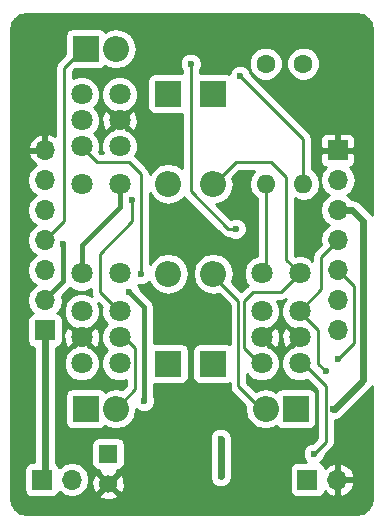
<source format=gbl>
G04 #@! TF.FileFunction,Copper,L2,Bot,Signal*
%FSLAX46Y46*%
G04 Gerber Fmt 4.6, Leading zero omitted, Abs format (unit mm)*
G04 Created by KiCad (PCBNEW 4.0.4+e1-6308~48~ubuntu16.04.1-stable) date Mon Jan 22 19:49:42 2018*
%MOMM*%
%LPD*%
G01*
G04 APERTURE LIST*
%ADD10C,0.100000*%
%ADD11C,1.600000*%
%ADD12O,1.600000X1.600000*%
%ADD13R,2.200000X2.200000*%
%ADD14O,2.200000X2.200000*%
%ADD15R,1.700000X1.700000*%
%ADD16O,1.700000X1.700000*%
%ADD17R,1.524000X1.524000*%
%ADD18C,1.524000*%
%ADD19C,1.800000*%
%ADD20C,0.600000*%
%ADD21C,0.240000*%
%ADD22C,0.400000*%
%ADD23C,0.600000*%
%ADD24C,0.254000*%
G04 APERTURE END LIST*
D10*
D11*
X122300000Y-104925000D03*
D12*
X122300000Y-115085000D03*
D11*
X125475000Y-104925000D03*
D12*
X125475000Y-115085000D03*
D13*
X107060000Y-103655000D03*
D14*
X109600000Y-103655000D03*
D13*
X124840000Y-134135000D03*
D14*
X122300000Y-134135000D03*
D13*
X107060000Y-134135000D03*
D14*
X109600000Y-134135000D03*
D15*
X103620000Y-127480000D03*
D16*
X103620000Y-124940000D03*
X103620000Y-122400000D03*
X103620000Y-119860000D03*
X103620000Y-117320000D03*
X103620000Y-114780000D03*
X103620000Y-112240000D03*
D15*
X128410000Y-112240000D03*
D16*
X128410000Y-114780000D03*
X128410000Y-117320000D03*
X128410000Y-119860000D03*
X128410000Y-122400000D03*
X128410000Y-124940000D03*
X128410000Y-127480000D03*
D15*
X103360000Y-140130000D03*
D16*
X105900000Y-140130000D03*
D15*
X125840000Y-140130000D03*
D16*
X128380000Y-140130000D03*
D17*
X108965000Y-137945000D03*
D18*
X108965000Y-140485000D03*
D13*
X117855000Y-107465000D03*
D14*
X117855000Y-115085000D03*
D13*
X114045000Y-107465000D03*
D14*
X114045000Y-115085000D03*
D13*
X114045000Y-130325000D03*
D14*
X114045000Y-122705000D03*
D13*
X117855000Y-130325000D03*
D14*
X117855000Y-122705000D03*
D19*
X109930000Y-115110000D03*
X109930000Y-111910000D03*
X109930000Y-109710000D03*
X109930000Y-107510000D03*
X106730000Y-107510000D03*
X106730000Y-109710000D03*
X106730000Y-111910000D03*
X106730000Y-115110000D03*
X106730000Y-122680000D03*
X106730000Y-125880000D03*
X106730000Y-128080000D03*
X106730000Y-130280000D03*
X109930000Y-130280000D03*
X109930000Y-128080000D03*
X109930000Y-125880000D03*
X109930000Y-122680000D03*
X121970000Y-122680000D03*
X121970000Y-125880000D03*
X121970000Y-128080000D03*
X121970000Y-130280000D03*
X125170000Y-130280000D03*
X125170000Y-128080000D03*
X125170000Y-125880000D03*
X125170000Y-122680000D03*
D20*
X111000000Y-116500000D03*
X120141000Y-105941000D03*
X111750000Y-122750000D03*
X128396000Y-129944000D03*
X126364000Y-137945000D03*
X119760000Y-118895000D03*
X115950000Y-104925000D03*
X128015000Y-134135000D03*
X110750000Y-124250000D03*
X112000000Y-133500000D03*
X127380000Y-130960000D03*
X118490000Y-136675000D03*
X118490000Y-139850000D03*
X105155000Y-120165000D03*
D21*
X109930000Y-125880000D02*
X109880000Y-125880000D01*
X109880000Y-125880000D02*
X108250000Y-124250000D01*
X108250000Y-124250000D02*
X108250000Y-121000000D01*
X108250000Y-121000000D02*
X111000000Y-118260000D01*
X111000000Y-118260000D02*
X111000000Y-116500000D01*
X125475000Y-111275000D02*
X125475000Y-115085000D01*
X120141000Y-105941000D02*
X125475000Y-111275000D01*
X106730000Y-111910000D02*
X106730000Y-111980000D01*
X106730000Y-111980000D02*
X108000000Y-113250000D01*
X108000000Y-113250000D02*
X110750000Y-113250000D01*
X110750000Y-113250000D02*
X111750000Y-114250000D01*
X111750000Y-114250000D02*
X111750000Y-122750000D01*
X107230000Y-111910000D02*
X107230000Y-112230000D01*
D22*
X109430000Y-122680000D02*
X109500000Y-122680000D01*
D21*
X109930000Y-128080000D02*
X110330000Y-128080000D01*
X110330000Y-128080000D02*
X111250000Y-129000000D01*
X111250000Y-129000000D02*
X111250000Y-132485000D01*
X111250000Y-132485000D02*
X109600000Y-134135000D01*
X109430000Y-128080000D02*
X110400000Y-128080000D01*
D23*
X103620000Y-127480000D02*
X103620000Y-139870000D01*
D21*
X103620000Y-139870000D02*
X103360000Y-140130000D01*
X107230000Y-128080000D02*
X106765000Y-128080000D01*
X117855000Y-115085000D02*
X117915000Y-115085000D01*
X117915000Y-115085000D02*
X119750000Y-113250000D01*
X124000000Y-121510000D02*
X125170000Y-122680000D01*
X124000000Y-114500000D02*
X124000000Y-121510000D01*
X122750000Y-113250000D02*
X124000000Y-114500000D01*
X119750000Y-113250000D02*
X122750000Y-113250000D01*
X121970000Y-130280000D02*
X121780000Y-130280000D01*
X121780000Y-130280000D02*
X120500000Y-129000000D01*
X120500000Y-129000000D02*
X120500000Y-125000000D01*
X120500000Y-125000000D02*
X121250000Y-124250000D01*
X121250000Y-124250000D02*
X123600000Y-124250000D01*
X123600000Y-124250000D02*
X125170000Y-122680000D01*
X124670000Y-122680000D02*
X124670000Y-122830000D01*
X120000000Y-132250000D02*
X120000000Y-125000000D01*
X121885000Y-134135000D02*
X120000000Y-132250000D01*
X120000000Y-125000000D02*
X117855000Y-122855000D01*
X117855000Y-122855000D02*
X117855000Y-122705000D01*
X122300000Y-134135000D02*
X121885000Y-134135000D01*
X122470000Y-122680000D02*
X122320000Y-122680000D01*
X122445000Y-122705000D02*
X122470000Y-122680000D01*
X122300000Y-115085000D02*
X122300000Y-122510000D01*
X122300000Y-122510000D02*
X122470000Y-122680000D01*
X128410000Y-122400000D02*
X128410000Y-122410000D01*
X128410000Y-122410000D02*
X129750000Y-123750000D01*
X129750000Y-128590000D02*
X128396000Y-129944000D01*
X129750000Y-123750000D02*
X129750000Y-128590000D01*
X125430000Y-130280000D02*
X127380000Y-132230000D01*
X127380000Y-136929000D02*
X127380000Y-132230000D01*
X126364000Y-137945000D02*
X127380000Y-136929000D01*
X119125000Y-118895000D02*
X119760000Y-118895000D01*
X115950000Y-115720000D02*
X119125000Y-118895000D01*
X115950000Y-104925000D02*
X115950000Y-115720000D01*
X128410000Y-122465000D02*
X128410000Y-122400000D01*
X125430000Y-130280000D02*
X124670000Y-130280000D01*
D23*
X128015000Y-134135000D02*
X128142000Y-134135000D01*
X128410000Y-117320000D02*
X129615000Y-117320000D01*
X130555000Y-118260000D02*
X129615000Y-117320000D01*
X130555000Y-131722000D02*
X130555000Y-118260000D01*
X128142000Y-134135000D02*
X130555000Y-131722000D01*
D21*
X107060000Y-103655000D02*
X106845000Y-103655000D01*
X106845000Y-103655000D02*
X105250000Y-105250000D01*
X105250000Y-105250000D02*
X105250000Y-118230000D01*
X105250000Y-118230000D02*
X103620000Y-119860000D01*
D22*
X106730000Y-122680000D02*
X106730000Y-120270000D01*
X109930000Y-117070000D02*
X109930000Y-115110000D01*
X106730000Y-120270000D02*
X109930000Y-117070000D01*
X112000000Y-125500000D02*
X110750000Y-124250000D01*
X112000000Y-133500000D02*
X112000000Y-125500000D01*
X112000000Y-133500000D02*
X112000000Y-133500000D01*
D21*
X125170000Y-125880000D02*
X125170000Y-125830000D01*
X125170000Y-125830000D02*
X127000000Y-124000000D01*
X127000000Y-121270000D02*
X128410000Y-119860000D01*
X127000000Y-124000000D02*
X127000000Y-121270000D01*
X125170000Y-125880000D02*
X125170000Y-125920000D01*
X125170000Y-125920000D02*
X126750000Y-127500000D01*
X126750000Y-127500000D02*
X126750000Y-130330000D01*
X126750000Y-130330000D02*
X127380000Y-130960000D01*
D23*
X118490000Y-136675000D02*
X118490000Y-139850000D01*
D21*
X103620000Y-124940000D02*
X103620000Y-124875000D01*
D22*
X103620000Y-124875000D02*
X105155000Y-123340000D01*
X105155000Y-123340000D02*
X105155000Y-120165000D01*
D24*
G36*
X130518338Y-100821046D02*
X130932333Y-101097669D01*
X131208953Y-101511660D01*
X131320000Y-102069931D01*
X131320000Y-117754285D01*
X131216145Y-117598855D01*
X130276145Y-116658855D01*
X129972809Y-116456173D01*
X129615000Y-116385000D01*
X129566023Y-116385000D01*
X129489147Y-116269946D01*
X129159974Y-116050000D01*
X129489147Y-115830054D01*
X129811054Y-115348285D01*
X129924093Y-114780000D01*
X129811054Y-114211715D01*
X129489147Y-113729946D01*
X129445223Y-113700597D01*
X129619698Y-113628327D01*
X129798327Y-113449699D01*
X129895000Y-113216310D01*
X129895000Y-112525750D01*
X129736250Y-112367000D01*
X128537000Y-112367000D01*
X128537000Y-112387000D01*
X128283000Y-112387000D01*
X128283000Y-112367000D01*
X127083750Y-112367000D01*
X126925000Y-112525750D01*
X126925000Y-113216310D01*
X127021673Y-113449699D01*
X127200302Y-113628327D01*
X127374777Y-113700597D01*
X127330853Y-113729946D01*
X127008946Y-114211715D01*
X126895907Y-114780000D01*
X127008946Y-115348285D01*
X127330853Y-115830054D01*
X127660026Y-116050000D01*
X127330853Y-116269946D01*
X127008946Y-116751715D01*
X126895907Y-117320000D01*
X127008946Y-117888285D01*
X127330853Y-118370054D01*
X127660026Y-118590000D01*
X127330853Y-118809946D01*
X127008946Y-119291715D01*
X126895907Y-119860000D01*
X126969963Y-120232305D01*
X126466134Y-120736134D01*
X126302471Y-120981074D01*
X126244999Y-121270000D01*
X126245000Y-121270005D01*
X126245000Y-121584164D01*
X126040643Y-121379449D01*
X125476670Y-121145267D01*
X124866009Y-121144735D01*
X124755000Y-121190603D01*
X124755000Y-116324722D01*
X124925849Y-116438880D01*
X125475000Y-116548113D01*
X126024151Y-116438880D01*
X126489698Y-116127811D01*
X126800767Y-115662264D01*
X126910000Y-115113113D01*
X126910000Y-115056887D01*
X126800767Y-114507736D01*
X126489698Y-114042189D01*
X126230000Y-113868664D01*
X126230000Y-111275000D01*
X126227751Y-111263690D01*
X126925000Y-111263690D01*
X126925000Y-111954250D01*
X127083750Y-112113000D01*
X128283000Y-112113000D01*
X128283000Y-110913750D01*
X128537000Y-110913750D01*
X128537000Y-112113000D01*
X129736250Y-112113000D01*
X129895000Y-111954250D01*
X129895000Y-111263690D01*
X129798327Y-111030301D01*
X129619698Y-110851673D01*
X129386309Y-110755000D01*
X128695750Y-110755000D01*
X128537000Y-110913750D01*
X128283000Y-110913750D01*
X128124250Y-110755000D01*
X127433691Y-110755000D01*
X127200302Y-110851673D01*
X127021673Y-111030301D01*
X126925000Y-111263690D01*
X126227751Y-111263690D01*
X126172529Y-110986074D01*
X126008866Y-110741134D01*
X121076116Y-105808384D01*
X121076162Y-105755833D01*
X120934117Y-105412057D01*
X120731601Y-105209187D01*
X120864752Y-105209187D01*
X121082757Y-105736800D01*
X121486077Y-106140824D01*
X122013309Y-106359750D01*
X122584187Y-106360248D01*
X123111800Y-106142243D01*
X123515824Y-105738923D01*
X123734750Y-105211691D01*
X123734752Y-105209187D01*
X124039752Y-105209187D01*
X124257757Y-105736800D01*
X124661077Y-106140824D01*
X125188309Y-106359750D01*
X125759187Y-106360248D01*
X126286800Y-106142243D01*
X126690824Y-105738923D01*
X126909750Y-105211691D01*
X126910248Y-104640813D01*
X126692243Y-104113200D01*
X126288923Y-103709176D01*
X125761691Y-103490250D01*
X125190813Y-103489752D01*
X124663200Y-103707757D01*
X124259176Y-104111077D01*
X124040250Y-104638309D01*
X124039752Y-105209187D01*
X123734752Y-105209187D01*
X123735248Y-104640813D01*
X123517243Y-104113200D01*
X123113923Y-103709176D01*
X122586691Y-103490250D01*
X122015813Y-103489752D01*
X121488200Y-103707757D01*
X121084176Y-104111077D01*
X120865250Y-104638309D01*
X120864752Y-105209187D01*
X120731601Y-105209187D01*
X120671327Y-105148808D01*
X120327799Y-105006162D01*
X119955833Y-105005838D01*
X119612057Y-105147883D01*
X119348808Y-105410673D01*
X119206162Y-105754201D01*
X119206150Y-105768419D01*
X118955000Y-105717560D01*
X116755000Y-105717560D01*
X116705000Y-105726968D01*
X116705000Y-105492454D01*
X116742192Y-105455327D01*
X116884838Y-105111799D01*
X116885162Y-104739833D01*
X116743117Y-104396057D01*
X116480327Y-104132808D01*
X116136799Y-103990162D01*
X115764833Y-103989838D01*
X115421057Y-104131883D01*
X115157808Y-104394673D01*
X115015162Y-104738201D01*
X115014838Y-105110167D01*
X115156883Y-105453943D01*
X115195000Y-105492127D01*
X115195000Y-105727685D01*
X115145000Y-105717560D01*
X112945000Y-105717560D01*
X112709683Y-105761838D01*
X112493559Y-105900910D01*
X112348569Y-106113110D01*
X112297560Y-106365000D01*
X112297560Y-108565000D01*
X112341838Y-108800317D01*
X112480910Y-109016441D01*
X112693110Y-109161431D01*
X112945000Y-109212440D01*
X115145000Y-109212440D01*
X115195000Y-109203032D01*
X115195000Y-113772843D01*
X114708956Y-113448078D01*
X114045000Y-113316009D01*
X113381044Y-113448078D01*
X112818170Y-113824179D01*
X112505000Y-114292870D01*
X112505000Y-114250005D01*
X112505001Y-114250000D01*
X112447529Y-113961074D01*
X112356059Y-113824179D01*
X112283866Y-113716134D01*
X112283863Y-113716132D01*
X111283866Y-112716134D01*
X111263099Y-112702258D01*
X111464733Y-112216670D01*
X111465265Y-111606009D01*
X111232068Y-111041629D01*
X110800643Y-110609449D01*
X110542763Y-110502368D01*
X109930000Y-109889605D01*
X109317324Y-110502281D01*
X109061629Y-110607932D01*
X108629449Y-111039357D01*
X108395267Y-111603330D01*
X108394735Y-112213991D01*
X108510846Y-112495000D01*
X108312731Y-112495000D01*
X108197153Y-112379421D01*
X108264733Y-112216670D01*
X108265265Y-111606009D01*
X108032068Y-111041629D01*
X107800818Y-110809974D01*
X108030551Y-110580643D01*
X108264733Y-110016670D01*
X108265209Y-109469336D01*
X108383542Y-109469336D01*
X108409161Y-110079460D01*
X108593357Y-110524148D01*
X108849841Y-110610554D01*
X109750395Y-109710000D01*
X110109605Y-109710000D01*
X111010159Y-110610554D01*
X111266643Y-110524148D01*
X111476458Y-109950664D01*
X111450839Y-109340540D01*
X111266643Y-108895852D01*
X111010159Y-108809446D01*
X110109605Y-109710000D01*
X109750395Y-109710000D01*
X108849841Y-108809446D01*
X108593357Y-108895852D01*
X108383542Y-109469336D01*
X108265209Y-109469336D01*
X108265265Y-109406009D01*
X108032068Y-108841629D01*
X107800818Y-108609974D01*
X108030551Y-108380643D01*
X108264733Y-107816670D01*
X108264735Y-107813991D01*
X108394735Y-107813991D01*
X108627932Y-108378371D01*
X109059357Y-108810551D01*
X109317237Y-108917632D01*
X109930000Y-109530395D01*
X110542676Y-108917719D01*
X110798371Y-108812068D01*
X111230551Y-108380643D01*
X111464733Y-107816670D01*
X111465265Y-107206009D01*
X111232068Y-106641629D01*
X110800643Y-106209449D01*
X110236670Y-105975267D01*
X109626009Y-105974735D01*
X109061629Y-106207932D01*
X108629449Y-106639357D01*
X108395267Y-107203330D01*
X108394735Y-107813991D01*
X108264735Y-107813991D01*
X108265265Y-107206009D01*
X108032068Y-106641629D01*
X107600643Y-106209449D01*
X107036670Y-105975267D01*
X106426009Y-105974735D01*
X106005000Y-106148692D01*
X106005000Y-105562732D01*
X106165292Y-105402440D01*
X108160000Y-105402440D01*
X108395317Y-105358162D01*
X108611441Y-105219090D01*
X108684311Y-105112441D01*
X108902053Y-105257931D01*
X109566009Y-105390000D01*
X109633991Y-105390000D01*
X110297947Y-105257931D01*
X110860821Y-104881830D01*
X111236922Y-104318956D01*
X111368991Y-103655000D01*
X111236922Y-102991044D01*
X110860821Y-102428170D01*
X110297947Y-102052069D01*
X109633991Y-101920000D01*
X109566009Y-101920000D01*
X108902053Y-102052069D01*
X108684498Y-102197435D01*
X108624090Y-102103559D01*
X108411890Y-101958569D01*
X108160000Y-101907560D01*
X105960000Y-101907560D01*
X105724683Y-101951838D01*
X105508559Y-102090910D01*
X105363569Y-102303110D01*
X105312560Y-102555000D01*
X105312560Y-104119708D01*
X104716134Y-104716134D01*
X104552471Y-104961074D01*
X104494999Y-105250000D01*
X104495000Y-105250005D01*
X104495000Y-111041831D01*
X103976892Y-110798514D01*
X103747000Y-110919181D01*
X103747000Y-112113000D01*
X103767000Y-112113000D01*
X103767000Y-112367000D01*
X103747000Y-112367000D01*
X103747000Y-112387000D01*
X103493000Y-112387000D01*
X103493000Y-112367000D01*
X102299845Y-112367000D01*
X102178524Y-112596890D01*
X102348355Y-113006924D01*
X102738642Y-113435183D01*
X102881553Y-113502298D01*
X102540853Y-113729946D01*
X102218946Y-114211715D01*
X102105907Y-114780000D01*
X102218946Y-115348285D01*
X102540853Y-115830054D01*
X102870026Y-116050000D01*
X102540853Y-116269946D01*
X102218946Y-116751715D01*
X102105907Y-117320000D01*
X102218946Y-117888285D01*
X102540853Y-118370054D01*
X102870026Y-118590000D01*
X102540853Y-118809946D01*
X102218946Y-119291715D01*
X102105907Y-119860000D01*
X102218946Y-120428285D01*
X102540853Y-120910054D01*
X102870026Y-121130000D01*
X102540853Y-121349946D01*
X102218946Y-121831715D01*
X102105907Y-122400000D01*
X102218946Y-122968285D01*
X102540853Y-123450054D01*
X102870026Y-123670000D01*
X102540853Y-123889946D01*
X102218946Y-124371715D01*
X102105907Y-124940000D01*
X102218946Y-125508285D01*
X102540853Y-125990054D01*
X102582452Y-126017850D01*
X102534683Y-126026838D01*
X102318559Y-126165910D01*
X102173569Y-126378110D01*
X102122560Y-126630000D01*
X102122560Y-128330000D01*
X102166838Y-128565317D01*
X102305910Y-128781441D01*
X102518110Y-128926431D01*
X102685000Y-128960227D01*
X102685000Y-138632560D01*
X102510000Y-138632560D01*
X102274683Y-138676838D01*
X102058559Y-138815910D01*
X101913569Y-139028110D01*
X101862560Y-139280000D01*
X101862560Y-140980000D01*
X101906838Y-141215317D01*
X102045910Y-141431441D01*
X102258110Y-141576431D01*
X102510000Y-141627440D01*
X104210000Y-141627440D01*
X104445317Y-141583162D01*
X104661441Y-141444090D01*
X104806431Y-141231890D01*
X104820086Y-141164459D01*
X104849946Y-141209147D01*
X105331715Y-141531054D01*
X105900000Y-141644093D01*
X106468285Y-141531054D01*
X106566823Y-141465213D01*
X108164392Y-141465213D01*
X108233857Y-141707397D01*
X108757302Y-141894144D01*
X109312368Y-141866362D01*
X109696143Y-141707397D01*
X109765608Y-141465213D01*
X108965000Y-140664605D01*
X108164392Y-141465213D01*
X106566823Y-141465213D01*
X106950054Y-141209147D01*
X107271961Y-140727378D01*
X107361486Y-140277302D01*
X107555856Y-140277302D01*
X107583638Y-140832368D01*
X107742603Y-141216143D01*
X107984787Y-141285608D01*
X108785395Y-140485000D01*
X109144605Y-140485000D01*
X109945213Y-141285608D01*
X110187397Y-141216143D01*
X110374144Y-140692698D01*
X110346362Y-140137632D01*
X110187397Y-139753857D01*
X109945213Y-139684392D01*
X109144605Y-140485000D01*
X108785395Y-140485000D01*
X107984787Y-139684392D01*
X107742603Y-139753857D01*
X107555856Y-140277302D01*
X107361486Y-140277302D01*
X107385000Y-140159093D01*
X107385000Y-140100907D01*
X107271961Y-139532622D01*
X106950054Y-139050853D01*
X106468285Y-138728946D01*
X105900000Y-138615907D01*
X105331715Y-138728946D01*
X104849946Y-139050853D01*
X104822150Y-139092452D01*
X104813162Y-139044683D01*
X104674090Y-138828559D01*
X104555000Y-138747188D01*
X104555000Y-137183000D01*
X107555560Y-137183000D01*
X107555560Y-138707000D01*
X107599838Y-138942317D01*
X107738910Y-139158441D01*
X107951110Y-139303431D01*
X108203000Y-139354440D01*
X108207516Y-139354440D01*
X108164392Y-139504787D01*
X108965000Y-140305395D01*
X109765608Y-139504787D01*
X109722484Y-139354440D01*
X109727000Y-139354440D01*
X109962317Y-139310162D01*
X110178441Y-139171090D01*
X110323431Y-138958890D01*
X110374440Y-138707000D01*
X110374440Y-137183000D01*
X110330162Y-136947683D01*
X110273847Y-136860167D01*
X117554838Y-136860167D01*
X117555000Y-136860559D01*
X117555000Y-139849184D01*
X117554838Y-140035167D01*
X117696883Y-140378943D01*
X117959673Y-140642192D01*
X118303201Y-140784838D01*
X118675167Y-140785162D01*
X119018943Y-140643117D01*
X119282192Y-140380327D01*
X119424838Y-140036799D01*
X119425162Y-139664833D01*
X119425000Y-139664441D01*
X119425000Y-136675816D01*
X119425162Y-136489833D01*
X119283117Y-136146057D01*
X119020327Y-135882808D01*
X118676799Y-135740162D01*
X118304833Y-135739838D01*
X117961057Y-135881883D01*
X117697808Y-136144673D01*
X117555162Y-136488201D01*
X117554838Y-136860167D01*
X110273847Y-136860167D01*
X110191090Y-136731559D01*
X109978890Y-136586569D01*
X109727000Y-136535560D01*
X108203000Y-136535560D01*
X107967683Y-136579838D01*
X107751559Y-136718910D01*
X107606569Y-136931110D01*
X107555560Y-137183000D01*
X104555000Y-137183000D01*
X104555000Y-130583991D01*
X105194735Y-130583991D01*
X105427932Y-131148371D01*
X105859357Y-131580551D01*
X106423330Y-131814733D01*
X107033991Y-131815265D01*
X107598371Y-131582068D01*
X108030551Y-131150643D01*
X108264733Y-130586670D01*
X108265265Y-129976009D01*
X108032068Y-129411629D01*
X107600643Y-128979449D01*
X107342763Y-128872368D01*
X106730000Y-128259605D01*
X106117324Y-128872281D01*
X105861629Y-128977932D01*
X105429449Y-129409357D01*
X105195267Y-129973330D01*
X105194735Y-130583991D01*
X104555000Y-130583991D01*
X104555000Y-128961446D01*
X104705317Y-128933162D01*
X104921441Y-128794090D01*
X105066431Y-128581890D01*
X105117440Y-128330000D01*
X105117440Y-127839336D01*
X105183542Y-127839336D01*
X105209161Y-128449460D01*
X105393357Y-128894148D01*
X105649841Y-128980554D01*
X106550395Y-128080000D01*
X106909605Y-128080000D01*
X107810159Y-128980554D01*
X108066643Y-128894148D01*
X108276458Y-128320664D01*
X108250839Y-127710540D01*
X108066643Y-127265852D01*
X107810159Y-127179446D01*
X106909605Y-128080000D01*
X106550395Y-128080000D01*
X105649841Y-127179446D01*
X105393357Y-127265852D01*
X105183542Y-127839336D01*
X105117440Y-127839336D01*
X105117440Y-126630000D01*
X105073162Y-126394683D01*
X104934090Y-126178559D01*
X104721890Y-126033569D01*
X104654459Y-126019914D01*
X104699147Y-125990054D01*
X105021054Y-125508285D01*
X105134093Y-124940000D01*
X105068023Y-124607845D01*
X105745434Y-123930434D01*
X105771053Y-123892092D01*
X105859357Y-123980551D01*
X106423330Y-124214733D01*
X107033991Y-124215265D01*
X107495000Y-124024780D01*
X107495000Y-124249995D01*
X107494999Y-124250000D01*
X107552471Y-124538926D01*
X107571447Y-124567326D01*
X107036670Y-124345267D01*
X106426009Y-124344735D01*
X105861629Y-124577932D01*
X105429449Y-125009357D01*
X105195267Y-125573330D01*
X105194735Y-126183991D01*
X105427932Y-126748371D01*
X105859357Y-127180551D01*
X106117237Y-127287632D01*
X106730000Y-127900395D01*
X107342676Y-127287719D01*
X107598371Y-127182068D01*
X108030551Y-126750643D01*
X108264733Y-126186670D01*
X108265265Y-125576009D01*
X108094152Y-125161884D01*
X108427639Y-125495371D01*
X108395267Y-125573330D01*
X108394735Y-126183991D01*
X108627932Y-126748371D01*
X108859182Y-126980026D01*
X108629449Y-127209357D01*
X108395267Y-127773330D01*
X108394735Y-128383991D01*
X108627932Y-128948371D01*
X108859182Y-129180026D01*
X108629449Y-129409357D01*
X108395267Y-129973330D01*
X108394735Y-130583991D01*
X108627932Y-131148371D01*
X109059357Y-131580551D01*
X109623330Y-131814733D01*
X110233991Y-131815265D01*
X110495000Y-131707418D01*
X110495000Y-132172269D01*
X110162201Y-132505067D01*
X109633991Y-132400000D01*
X109566009Y-132400000D01*
X108902053Y-132532069D01*
X108684498Y-132677435D01*
X108624090Y-132583559D01*
X108411890Y-132438569D01*
X108160000Y-132387560D01*
X105960000Y-132387560D01*
X105724683Y-132431838D01*
X105508559Y-132570910D01*
X105363569Y-132783110D01*
X105312560Y-133035000D01*
X105312560Y-135235000D01*
X105356838Y-135470317D01*
X105495910Y-135686441D01*
X105708110Y-135831431D01*
X105960000Y-135882440D01*
X108160000Y-135882440D01*
X108395317Y-135838162D01*
X108611441Y-135699090D01*
X108684311Y-135592441D01*
X108902053Y-135737931D01*
X109566009Y-135870000D01*
X109633991Y-135870000D01*
X110297947Y-135737931D01*
X110860821Y-135361830D01*
X111236922Y-134798956D01*
X111359647Y-134181974D01*
X111469673Y-134292192D01*
X111813201Y-134434838D01*
X112185167Y-134435162D01*
X112528943Y-134293117D01*
X112792192Y-134030327D01*
X112934838Y-133686799D01*
X112935162Y-133314833D01*
X112835000Y-133072422D01*
X112835000Y-132050164D01*
X112945000Y-132072440D01*
X115145000Y-132072440D01*
X115380317Y-132028162D01*
X115596441Y-131889090D01*
X115741431Y-131676890D01*
X115792440Y-131425000D01*
X115792440Y-129225000D01*
X115748162Y-128989683D01*
X115609090Y-128773559D01*
X115396890Y-128628569D01*
X115145000Y-128577560D01*
X112945000Y-128577560D01*
X112835000Y-128598258D01*
X112835000Y-125500000D01*
X112771439Y-125180459D01*
X112590434Y-124909566D01*
X111642535Y-123961667D01*
X111543117Y-123721057D01*
X111467144Y-123644952D01*
X111563201Y-123684838D01*
X111935167Y-123685162D01*
X112278943Y-123543117D01*
X112438306Y-123384031D01*
X112442069Y-123402947D01*
X112818170Y-123965821D01*
X113381044Y-124341922D01*
X114045000Y-124473991D01*
X114708956Y-124341922D01*
X115271830Y-123965821D01*
X115647931Y-123402947D01*
X115780000Y-122738991D01*
X115780000Y-122671009D01*
X115647931Y-122007053D01*
X115271830Y-121444179D01*
X114708956Y-121068078D01*
X114045000Y-120936009D01*
X113381044Y-121068078D01*
X112818170Y-121444179D01*
X112505000Y-121912870D01*
X112505000Y-115877130D01*
X112818170Y-116345821D01*
X113381044Y-116721922D01*
X114045000Y-116853991D01*
X114708956Y-116721922D01*
X115271830Y-116345821D01*
X115374703Y-116191860D01*
X115416134Y-116253866D01*
X118591134Y-119428866D01*
X118836074Y-119592529D01*
X119125000Y-119650000D01*
X119192546Y-119650000D01*
X119229673Y-119687192D01*
X119573201Y-119829838D01*
X119945167Y-119830162D01*
X120288943Y-119688117D01*
X120552192Y-119425327D01*
X120694838Y-119081799D01*
X120695162Y-118709833D01*
X120553117Y-118366057D01*
X120290327Y-118102808D01*
X119946799Y-117960162D01*
X119574833Y-117959838D01*
X119350332Y-118052600D01*
X118102494Y-116804762D01*
X118518956Y-116721922D01*
X119081830Y-116345821D01*
X119457931Y-115782947D01*
X119590000Y-115118991D01*
X119590000Y-115051009D01*
X119494887Y-114572845D01*
X120062732Y-114005000D01*
X121340959Y-114005000D01*
X121285302Y-114042189D01*
X120974233Y-114507736D01*
X120865000Y-115056887D01*
X120865000Y-115113113D01*
X120974233Y-115662264D01*
X121285302Y-116127811D01*
X121545000Y-116301336D01*
X121545000Y-121194735D01*
X121101629Y-121377932D01*
X120669449Y-121809357D01*
X120435267Y-122373330D01*
X120434735Y-122983991D01*
X120667932Y-123548371D01*
X120787680Y-123668329D01*
X120716134Y-123716134D01*
X120716132Y-123716137D01*
X120250000Y-124182268D01*
X119460046Y-123392314D01*
X119590000Y-122738991D01*
X119590000Y-122671009D01*
X119457931Y-122007053D01*
X119081830Y-121444179D01*
X118518956Y-121068078D01*
X117855000Y-120936009D01*
X117191044Y-121068078D01*
X116628170Y-121444179D01*
X116252069Y-122007053D01*
X116120000Y-122671009D01*
X116120000Y-122738991D01*
X116252069Y-123402947D01*
X116628170Y-123965821D01*
X117191044Y-124341922D01*
X117855000Y-124473991D01*
X118314799Y-124382531D01*
X119245000Y-125312732D01*
X119245000Y-128654608D01*
X119206890Y-128628569D01*
X118955000Y-128577560D01*
X116755000Y-128577560D01*
X116519683Y-128621838D01*
X116303559Y-128760910D01*
X116158569Y-128973110D01*
X116107560Y-129225000D01*
X116107560Y-131425000D01*
X116151838Y-131660317D01*
X116290910Y-131876441D01*
X116503110Y-132021431D01*
X116755000Y-132072440D01*
X118955000Y-132072440D01*
X119190317Y-132028162D01*
X119245000Y-131992974D01*
X119245000Y-132249995D01*
X119244999Y-132250000D01*
X119302471Y-132538926D01*
X119466134Y-132783866D01*
X120578503Y-133896234D01*
X120531009Y-134135000D01*
X120663078Y-134798956D01*
X121039179Y-135361830D01*
X121602053Y-135737931D01*
X122266009Y-135870000D01*
X122333991Y-135870000D01*
X122997947Y-135737931D01*
X123215502Y-135592565D01*
X123275910Y-135686441D01*
X123488110Y-135831431D01*
X123740000Y-135882440D01*
X125940000Y-135882440D01*
X126175317Y-135838162D01*
X126391441Y-135699090D01*
X126536431Y-135486890D01*
X126587440Y-135235000D01*
X126587440Y-133035000D01*
X126543162Y-132799683D01*
X126404090Y-132583559D01*
X126191890Y-132438569D01*
X125940000Y-132387560D01*
X123740000Y-132387560D01*
X123504683Y-132431838D01*
X123288559Y-132570910D01*
X123215689Y-132677559D01*
X122997947Y-132532069D01*
X122333991Y-132400000D01*
X122266009Y-132400000D01*
X121602053Y-132532069D01*
X121450839Y-132633107D01*
X120755000Y-131937268D01*
X120755000Y-131235591D01*
X121099357Y-131580551D01*
X121663330Y-131814733D01*
X122273991Y-131815265D01*
X122838371Y-131582068D01*
X123270551Y-131150643D01*
X123504733Y-130586670D01*
X123505265Y-129976009D01*
X123272068Y-129411629D01*
X122840643Y-128979449D01*
X122582763Y-128872368D01*
X121970000Y-128259605D01*
X121955858Y-128273748D01*
X121776253Y-128094143D01*
X121790395Y-128080000D01*
X122149605Y-128080000D01*
X123050159Y-128980554D01*
X123306643Y-128894148D01*
X123516458Y-128320664D01*
X123496248Y-127839336D01*
X123623542Y-127839336D01*
X123649161Y-128449460D01*
X123833357Y-128894148D01*
X124089841Y-128980554D01*
X124990395Y-128080000D01*
X124089841Y-127179446D01*
X123833357Y-127265852D01*
X123623542Y-127839336D01*
X123496248Y-127839336D01*
X123490839Y-127710540D01*
X123306643Y-127265852D01*
X123050159Y-127179446D01*
X122149605Y-128080000D01*
X121790395Y-128080000D01*
X121776253Y-128065858D01*
X121955858Y-127886253D01*
X121970000Y-127900395D01*
X122582676Y-127287719D01*
X122838371Y-127182068D01*
X123270551Y-126750643D01*
X123504733Y-126186670D01*
X123505265Y-125576009D01*
X123272068Y-125011629D01*
X123265451Y-125005000D01*
X123599995Y-125005000D01*
X123600000Y-125005001D01*
X123888926Y-124947529D01*
X124017335Y-124861729D01*
X123869449Y-125009357D01*
X123635267Y-125573330D01*
X123634735Y-126183991D01*
X123867932Y-126748371D01*
X124299357Y-127180551D01*
X124557237Y-127287632D01*
X125170000Y-127900395D01*
X125184143Y-127886253D01*
X125363748Y-128065858D01*
X125349605Y-128080000D01*
X125363748Y-128094143D01*
X125184143Y-128273748D01*
X125170000Y-128259605D01*
X124557324Y-128872281D01*
X124301629Y-128977932D01*
X123869449Y-129409357D01*
X123635267Y-129973330D01*
X123634735Y-130583991D01*
X123867932Y-131148371D01*
X124299357Y-131580551D01*
X124863330Y-131814733D01*
X125473991Y-131815265D01*
X125773697Y-131691429D01*
X126625000Y-132542731D01*
X126625000Y-136616268D01*
X126231384Y-137009884D01*
X126178833Y-137009838D01*
X125835057Y-137151883D01*
X125571808Y-137414673D01*
X125429162Y-137758201D01*
X125428838Y-138130167D01*
X125570883Y-138473943D01*
X125729223Y-138632560D01*
X124990000Y-138632560D01*
X124754683Y-138676838D01*
X124538559Y-138815910D01*
X124393569Y-139028110D01*
X124342560Y-139280000D01*
X124342560Y-140980000D01*
X124386838Y-141215317D01*
X124525910Y-141431441D01*
X124738110Y-141576431D01*
X124990000Y-141627440D01*
X126690000Y-141627440D01*
X126925317Y-141583162D01*
X127141441Y-141444090D01*
X127286431Y-141231890D01*
X127308301Y-141123893D01*
X127613076Y-141401645D01*
X128023110Y-141571476D01*
X128253000Y-141450155D01*
X128253000Y-140257000D01*
X128507000Y-140257000D01*
X128507000Y-141450155D01*
X128736890Y-141571476D01*
X129146924Y-141401645D01*
X129575183Y-141011358D01*
X129821486Y-140486892D01*
X129700819Y-140257000D01*
X128507000Y-140257000D01*
X128253000Y-140257000D01*
X128233000Y-140257000D01*
X128233000Y-140003000D01*
X128253000Y-140003000D01*
X128253000Y-138809845D01*
X128507000Y-138809845D01*
X128507000Y-140003000D01*
X129700819Y-140003000D01*
X129821486Y-139773108D01*
X129575183Y-139248642D01*
X129146924Y-138858355D01*
X128736890Y-138688524D01*
X128507000Y-138809845D01*
X128253000Y-138809845D01*
X128023110Y-138688524D01*
X127613076Y-138858355D01*
X127310063Y-139134501D01*
X127293162Y-139044683D01*
X127154090Y-138828559D01*
X126945272Y-138685880D01*
X127156192Y-138475327D01*
X127298838Y-138131799D01*
X127298885Y-138077847D01*
X127913866Y-137462866D01*
X128077529Y-137217926D01*
X128135001Y-136929000D01*
X128135000Y-136928995D01*
X128135000Y-135070105D01*
X128200167Y-135070162D01*
X128254919Y-135047539D01*
X128499809Y-134998827D01*
X128803145Y-134796145D01*
X131216145Y-132383145D01*
X131320000Y-132227715D01*
X131320000Y-141680069D01*
X131208953Y-142238340D01*
X130932333Y-142652331D01*
X130518338Y-142928954D01*
X129960069Y-143040000D01*
X102069931Y-143040000D01*
X101511660Y-142928953D01*
X101097669Y-142652333D01*
X100821046Y-142238338D01*
X100710000Y-141680069D01*
X100710000Y-111883110D01*
X102178524Y-111883110D01*
X102299845Y-112113000D01*
X103493000Y-112113000D01*
X103493000Y-110919181D01*
X103263108Y-110798514D01*
X102738642Y-111044817D01*
X102348355Y-111473076D01*
X102178524Y-111883110D01*
X100710000Y-111883110D01*
X100710000Y-102069931D01*
X100821046Y-101511662D01*
X101097669Y-101097667D01*
X101511660Y-100821047D01*
X102069931Y-100710000D01*
X129960069Y-100710000D01*
X130518338Y-100821046D01*
X130518338Y-100821046D01*
G37*
X130518338Y-100821046D02*
X130932333Y-101097669D01*
X131208953Y-101511660D01*
X131320000Y-102069931D01*
X131320000Y-117754285D01*
X131216145Y-117598855D01*
X130276145Y-116658855D01*
X129972809Y-116456173D01*
X129615000Y-116385000D01*
X129566023Y-116385000D01*
X129489147Y-116269946D01*
X129159974Y-116050000D01*
X129489147Y-115830054D01*
X129811054Y-115348285D01*
X129924093Y-114780000D01*
X129811054Y-114211715D01*
X129489147Y-113729946D01*
X129445223Y-113700597D01*
X129619698Y-113628327D01*
X129798327Y-113449699D01*
X129895000Y-113216310D01*
X129895000Y-112525750D01*
X129736250Y-112367000D01*
X128537000Y-112367000D01*
X128537000Y-112387000D01*
X128283000Y-112387000D01*
X128283000Y-112367000D01*
X127083750Y-112367000D01*
X126925000Y-112525750D01*
X126925000Y-113216310D01*
X127021673Y-113449699D01*
X127200302Y-113628327D01*
X127374777Y-113700597D01*
X127330853Y-113729946D01*
X127008946Y-114211715D01*
X126895907Y-114780000D01*
X127008946Y-115348285D01*
X127330853Y-115830054D01*
X127660026Y-116050000D01*
X127330853Y-116269946D01*
X127008946Y-116751715D01*
X126895907Y-117320000D01*
X127008946Y-117888285D01*
X127330853Y-118370054D01*
X127660026Y-118590000D01*
X127330853Y-118809946D01*
X127008946Y-119291715D01*
X126895907Y-119860000D01*
X126969963Y-120232305D01*
X126466134Y-120736134D01*
X126302471Y-120981074D01*
X126244999Y-121270000D01*
X126245000Y-121270005D01*
X126245000Y-121584164D01*
X126040643Y-121379449D01*
X125476670Y-121145267D01*
X124866009Y-121144735D01*
X124755000Y-121190603D01*
X124755000Y-116324722D01*
X124925849Y-116438880D01*
X125475000Y-116548113D01*
X126024151Y-116438880D01*
X126489698Y-116127811D01*
X126800767Y-115662264D01*
X126910000Y-115113113D01*
X126910000Y-115056887D01*
X126800767Y-114507736D01*
X126489698Y-114042189D01*
X126230000Y-113868664D01*
X126230000Y-111275000D01*
X126227751Y-111263690D01*
X126925000Y-111263690D01*
X126925000Y-111954250D01*
X127083750Y-112113000D01*
X128283000Y-112113000D01*
X128283000Y-110913750D01*
X128537000Y-110913750D01*
X128537000Y-112113000D01*
X129736250Y-112113000D01*
X129895000Y-111954250D01*
X129895000Y-111263690D01*
X129798327Y-111030301D01*
X129619698Y-110851673D01*
X129386309Y-110755000D01*
X128695750Y-110755000D01*
X128537000Y-110913750D01*
X128283000Y-110913750D01*
X128124250Y-110755000D01*
X127433691Y-110755000D01*
X127200302Y-110851673D01*
X127021673Y-111030301D01*
X126925000Y-111263690D01*
X126227751Y-111263690D01*
X126172529Y-110986074D01*
X126008866Y-110741134D01*
X121076116Y-105808384D01*
X121076162Y-105755833D01*
X120934117Y-105412057D01*
X120731601Y-105209187D01*
X120864752Y-105209187D01*
X121082757Y-105736800D01*
X121486077Y-106140824D01*
X122013309Y-106359750D01*
X122584187Y-106360248D01*
X123111800Y-106142243D01*
X123515824Y-105738923D01*
X123734750Y-105211691D01*
X123734752Y-105209187D01*
X124039752Y-105209187D01*
X124257757Y-105736800D01*
X124661077Y-106140824D01*
X125188309Y-106359750D01*
X125759187Y-106360248D01*
X126286800Y-106142243D01*
X126690824Y-105738923D01*
X126909750Y-105211691D01*
X126910248Y-104640813D01*
X126692243Y-104113200D01*
X126288923Y-103709176D01*
X125761691Y-103490250D01*
X125190813Y-103489752D01*
X124663200Y-103707757D01*
X124259176Y-104111077D01*
X124040250Y-104638309D01*
X124039752Y-105209187D01*
X123734752Y-105209187D01*
X123735248Y-104640813D01*
X123517243Y-104113200D01*
X123113923Y-103709176D01*
X122586691Y-103490250D01*
X122015813Y-103489752D01*
X121488200Y-103707757D01*
X121084176Y-104111077D01*
X120865250Y-104638309D01*
X120864752Y-105209187D01*
X120731601Y-105209187D01*
X120671327Y-105148808D01*
X120327799Y-105006162D01*
X119955833Y-105005838D01*
X119612057Y-105147883D01*
X119348808Y-105410673D01*
X119206162Y-105754201D01*
X119206150Y-105768419D01*
X118955000Y-105717560D01*
X116755000Y-105717560D01*
X116705000Y-105726968D01*
X116705000Y-105492454D01*
X116742192Y-105455327D01*
X116884838Y-105111799D01*
X116885162Y-104739833D01*
X116743117Y-104396057D01*
X116480327Y-104132808D01*
X116136799Y-103990162D01*
X115764833Y-103989838D01*
X115421057Y-104131883D01*
X115157808Y-104394673D01*
X115015162Y-104738201D01*
X115014838Y-105110167D01*
X115156883Y-105453943D01*
X115195000Y-105492127D01*
X115195000Y-105727685D01*
X115145000Y-105717560D01*
X112945000Y-105717560D01*
X112709683Y-105761838D01*
X112493559Y-105900910D01*
X112348569Y-106113110D01*
X112297560Y-106365000D01*
X112297560Y-108565000D01*
X112341838Y-108800317D01*
X112480910Y-109016441D01*
X112693110Y-109161431D01*
X112945000Y-109212440D01*
X115145000Y-109212440D01*
X115195000Y-109203032D01*
X115195000Y-113772843D01*
X114708956Y-113448078D01*
X114045000Y-113316009D01*
X113381044Y-113448078D01*
X112818170Y-113824179D01*
X112505000Y-114292870D01*
X112505000Y-114250005D01*
X112505001Y-114250000D01*
X112447529Y-113961074D01*
X112356059Y-113824179D01*
X112283866Y-113716134D01*
X112283863Y-113716132D01*
X111283866Y-112716134D01*
X111263099Y-112702258D01*
X111464733Y-112216670D01*
X111465265Y-111606009D01*
X111232068Y-111041629D01*
X110800643Y-110609449D01*
X110542763Y-110502368D01*
X109930000Y-109889605D01*
X109317324Y-110502281D01*
X109061629Y-110607932D01*
X108629449Y-111039357D01*
X108395267Y-111603330D01*
X108394735Y-112213991D01*
X108510846Y-112495000D01*
X108312731Y-112495000D01*
X108197153Y-112379421D01*
X108264733Y-112216670D01*
X108265265Y-111606009D01*
X108032068Y-111041629D01*
X107800818Y-110809974D01*
X108030551Y-110580643D01*
X108264733Y-110016670D01*
X108265209Y-109469336D01*
X108383542Y-109469336D01*
X108409161Y-110079460D01*
X108593357Y-110524148D01*
X108849841Y-110610554D01*
X109750395Y-109710000D01*
X110109605Y-109710000D01*
X111010159Y-110610554D01*
X111266643Y-110524148D01*
X111476458Y-109950664D01*
X111450839Y-109340540D01*
X111266643Y-108895852D01*
X111010159Y-108809446D01*
X110109605Y-109710000D01*
X109750395Y-109710000D01*
X108849841Y-108809446D01*
X108593357Y-108895852D01*
X108383542Y-109469336D01*
X108265209Y-109469336D01*
X108265265Y-109406009D01*
X108032068Y-108841629D01*
X107800818Y-108609974D01*
X108030551Y-108380643D01*
X108264733Y-107816670D01*
X108264735Y-107813991D01*
X108394735Y-107813991D01*
X108627932Y-108378371D01*
X109059357Y-108810551D01*
X109317237Y-108917632D01*
X109930000Y-109530395D01*
X110542676Y-108917719D01*
X110798371Y-108812068D01*
X111230551Y-108380643D01*
X111464733Y-107816670D01*
X111465265Y-107206009D01*
X111232068Y-106641629D01*
X110800643Y-106209449D01*
X110236670Y-105975267D01*
X109626009Y-105974735D01*
X109061629Y-106207932D01*
X108629449Y-106639357D01*
X108395267Y-107203330D01*
X108394735Y-107813991D01*
X108264735Y-107813991D01*
X108265265Y-107206009D01*
X108032068Y-106641629D01*
X107600643Y-106209449D01*
X107036670Y-105975267D01*
X106426009Y-105974735D01*
X106005000Y-106148692D01*
X106005000Y-105562732D01*
X106165292Y-105402440D01*
X108160000Y-105402440D01*
X108395317Y-105358162D01*
X108611441Y-105219090D01*
X108684311Y-105112441D01*
X108902053Y-105257931D01*
X109566009Y-105390000D01*
X109633991Y-105390000D01*
X110297947Y-105257931D01*
X110860821Y-104881830D01*
X111236922Y-104318956D01*
X111368991Y-103655000D01*
X111236922Y-102991044D01*
X110860821Y-102428170D01*
X110297947Y-102052069D01*
X109633991Y-101920000D01*
X109566009Y-101920000D01*
X108902053Y-102052069D01*
X108684498Y-102197435D01*
X108624090Y-102103559D01*
X108411890Y-101958569D01*
X108160000Y-101907560D01*
X105960000Y-101907560D01*
X105724683Y-101951838D01*
X105508559Y-102090910D01*
X105363569Y-102303110D01*
X105312560Y-102555000D01*
X105312560Y-104119708D01*
X104716134Y-104716134D01*
X104552471Y-104961074D01*
X104494999Y-105250000D01*
X104495000Y-105250005D01*
X104495000Y-111041831D01*
X103976892Y-110798514D01*
X103747000Y-110919181D01*
X103747000Y-112113000D01*
X103767000Y-112113000D01*
X103767000Y-112367000D01*
X103747000Y-112367000D01*
X103747000Y-112387000D01*
X103493000Y-112387000D01*
X103493000Y-112367000D01*
X102299845Y-112367000D01*
X102178524Y-112596890D01*
X102348355Y-113006924D01*
X102738642Y-113435183D01*
X102881553Y-113502298D01*
X102540853Y-113729946D01*
X102218946Y-114211715D01*
X102105907Y-114780000D01*
X102218946Y-115348285D01*
X102540853Y-115830054D01*
X102870026Y-116050000D01*
X102540853Y-116269946D01*
X102218946Y-116751715D01*
X102105907Y-117320000D01*
X102218946Y-117888285D01*
X102540853Y-118370054D01*
X102870026Y-118590000D01*
X102540853Y-118809946D01*
X102218946Y-119291715D01*
X102105907Y-119860000D01*
X102218946Y-120428285D01*
X102540853Y-120910054D01*
X102870026Y-121130000D01*
X102540853Y-121349946D01*
X102218946Y-121831715D01*
X102105907Y-122400000D01*
X102218946Y-122968285D01*
X102540853Y-123450054D01*
X102870026Y-123670000D01*
X102540853Y-123889946D01*
X102218946Y-124371715D01*
X102105907Y-124940000D01*
X102218946Y-125508285D01*
X102540853Y-125990054D01*
X102582452Y-126017850D01*
X102534683Y-126026838D01*
X102318559Y-126165910D01*
X102173569Y-126378110D01*
X102122560Y-126630000D01*
X102122560Y-128330000D01*
X102166838Y-128565317D01*
X102305910Y-128781441D01*
X102518110Y-128926431D01*
X102685000Y-128960227D01*
X102685000Y-138632560D01*
X102510000Y-138632560D01*
X102274683Y-138676838D01*
X102058559Y-138815910D01*
X101913569Y-139028110D01*
X101862560Y-139280000D01*
X101862560Y-140980000D01*
X101906838Y-141215317D01*
X102045910Y-141431441D01*
X102258110Y-141576431D01*
X102510000Y-141627440D01*
X104210000Y-141627440D01*
X104445317Y-141583162D01*
X104661441Y-141444090D01*
X104806431Y-141231890D01*
X104820086Y-141164459D01*
X104849946Y-141209147D01*
X105331715Y-141531054D01*
X105900000Y-141644093D01*
X106468285Y-141531054D01*
X106566823Y-141465213D01*
X108164392Y-141465213D01*
X108233857Y-141707397D01*
X108757302Y-141894144D01*
X109312368Y-141866362D01*
X109696143Y-141707397D01*
X109765608Y-141465213D01*
X108965000Y-140664605D01*
X108164392Y-141465213D01*
X106566823Y-141465213D01*
X106950054Y-141209147D01*
X107271961Y-140727378D01*
X107361486Y-140277302D01*
X107555856Y-140277302D01*
X107583638Y-140832368D01*
X107742603Y-141216143D01*
X107984787Y-141285608D01*
X108785395Y-140485000D01*
X109144605Y-140485000D01*
X109945213Y-141285608D01*
X110187397Y-141216143D01*
X110374144Y-140692698D01*
X110346362Y-140137632D01*
X110187397Y-139753857D01*
X109945213Y-139684392D01*
X109144605Y-140485000D01*
X108785395Y-140485000D01*
X107984787Y-139684392D01*
X107742603Y-139753857D01*
X107555856Y-140277302D01*
X107361486Y-140277302D01*
X107385000Y-140159093D01*
X107385000Y-140100907D01*
X107271961Y-139532622D01*
X106950054Y-139050853D01*
X106468285Y-138728946D01*
X105900000Y-138615907D01*
X105331715Y-138728946D01*
X104849946Y-139050853D01*
X104822150Y-139092452D01*
X104813162Y-139044683D01*
X104674090Y-138828559D01*
X104555000Y-138747188D01*
X104555000Y-137183000D01*
X107555560Y-137183000D01*
X107555560Y-138707000D01*
X107599838Y-138942317D01*
X107738910Y-139158441D01*
X107951110Y-139303431D01*
X108203000Y-139354440D01*
X108207516Y-139354440D01*
X108164392Y-139504787D01*
X108965000Y-140305395D01*
X109765608Y-139504787D01*
X109722484Y-139354440D01*
X109727000Y-139354440D01*
X109962317Y-139310162D01*
X110178441Y-139171090D01*
X110323431Y-138958890D01*
X110374440Y-138707000D01*
X110374440Y-137183000D01*
X110330162Y-136947683D01*
X110273847Y-136860167D01*
X117554838Y-136860167D01*
X117555000Y-136860559D01*
X117555000Y-139849184D01*
X117554838Y-140035167D01*
X117696883Y-140378943D01*
X117959673Y-140642192D01*
X118303201Y-140784838D01*
X118675167Y-140785162D01*
X119018943Y-140643117D01*
X119282192Y-140380327D01*
X119424838Y-140036799D01*
X119425162Y-139664833D01*
X119425000Y-139664441D01*
X119425000Y-136675816D01*
X119425162Y-136489833D01*
X119283117Y-136146057D01*
X119020327Y-135882808D01*
X118676799Y-135740162D01*
X118304833Y-135739838D01*
X117961057Y-135881883D01*
X117697808Y-136144673D01*
X117555162Y-136488201D01*
X117554838Y-136860167D01*
X110273847Y-136860167D01*
X110191090Y-136731559D01*
X109978890Y-136586569D01*
X109727000Y-136535560D01*
X108203000Y-136535560D01*
X107967683Y-136579838D01*
X107751559Y-136718910D01*
X107606569Y-136931110D01*
X107555560Y-137183000D01*
X104555000Y-137183000D01*
X104555000Y-130583991D01*
X105194735Y-130583991D01*
X105427932Y-131148371D01*
X105859357Y-131580551D01*
X106423330Y-131814733D01*
X107033991Y-131815265D01*
X107598371Y-131582068D01*
X108030551Y-131150643D01*
X108264733Y-130586670D01*
X108265265Y-129976009D01*
X108032068Y-129411629D01*
X107600643Y-128979449D01*
X107342763Y-128872368D01*
X106730000Y-128259605D01*
X106117324Y-128872281D01*
X105861629Y-128977932D01*
X105429449Y-129409357D01*
X105195267Y-129973330D01*
X105194735Y-130583991D01*
X104555000Y-130583991D01*
X104555000Y-128961446D01*
X104705317Y-128933162D01*
X104921441Y-128794090D01*
X105066431Y-128581890D01*
X105117440Y-128330000D01*
X105117440Y-127839336D01*
X105183542Y-127839336D01*
X105209161Y-128449460D01*
X105393357Y-128894148D01*
X105649841Y-128980554D01*
X106550395Y-128080000D01*
X106909605Y-128080000D01*
X107810159Y-128980554D01*
X108066643Y-128894148D01*
X108276458Y-128320664D01*
X108250839Y-127710540D01*
X108066643Y-127265852D01*
X107810159Y-127179446D01*
X106909605Y-128080000D01*
X106550395Y-128080000D01*
X105649841Y-127179446D01*
X105393357Y-127265852D01*
X105183542Y-127839336D01*
X105117440Y-127839336D01*
X105117440Y-126630000D01*
X105073162Y-126394683D01*
X104934090Y-126178559D01*
X104721890Y-126033569D01*
X104654459Y-126019914D01*
X104699147Y-125990054D01*
X105021054Y-125508285D01*
X105134093Y-124940000D01*
X105068023Y-124607845D01*
X105745434Y-123930434D01*
X105771053Y-123892092D01*
X105859357Y-123980551D01*
X106423330Y-124214733D01*
X107033991Y-124215265D01*
X107495000Y-124024780D01*
X107495000Y-124249995D01*
X107494999Y-124250000D01*
X107552471Y-124538926D01*
X107571447Y-124567326D01*
X107036670Y-124345267D01*
X106426009Y-124344735D01*
X105861629Y-124577932D01*
X105429449Y-125009357D01*
X105195267Y-125573330D01*
X105194735Y-126183991D01*
X105427932Y-126748371D01*
X105859357Y-127180551D01*
X106117237Y-127287632D01*
X106730000Y-127900395D01*
X107342676Y-127287719D01*
X107598371Y-127182068D01*
X108030551Y-126750643D01*
X108264733Y-126186670D01*
X108265265Y-125576009D01*
X108094152Y-125161884D01*
X108427639Y-125495371D01*
X108395267Y-125573330D01*
X108394735Y-126183991D01*
X108627932Y-126748371D01*
X108859182Y-126980026D01*
X108629449Y-127209357D01*
X108395267Y-127773330D01*
X108394735Y-128383991D01*
X108627932Y-128948371D01*
X108859182Y-129180026D01*
X108629449Y-129409357D01*
X108395267Y-129973330D01*
X108394735Y-130583991D01*
X108627932Y-131148371D01*
X109059357Y-131580551D01*
X109623330Y-131814733D01*
X110233991Y-131815265D01*
X110495000Y-131707418D01*
X110495000Y-132172269D01*
X110162201Y-132505067D01*
X109633991Y-132400000D01*
X109566009Y-132400000D01*
X108902053Y-132532069D01*
X108684498Y-132677435D01*
X108624090Y-132583559D01*
X108411890Y-132438569D01*
X108160000Y-132387560D01*
X105960000Y-132387560D01*
X105724683Y-132431838D01*
X105508559Y-132570910D01*
X105363569Y-132783110D01*
X105312560Y-133035000D01*
X105312560Y-135235000D01*
X105356838Y-135470317D01*
X105495910Y-135686441D01*
X105708110Y-135831431D01*
X105960000Y-135882440D01*
X108160000Y-135882440D01*
X108395317Y-135838162D01*
X108611441Y-135699090D01*
X108684311Y-135592441D01*
X108902053Y-135737931D01*
X109566009Y-135870000D01*
X109633991Y-135870000D01*
X110297947Y-135737931D01*
X110860821Y-135361830D01*
X111236922Y-134798956D01*
X111359647Y-134181974D01*
X111469673Y-134292192D01*
X111813201Y-134434838D01*
X112185167Y-134435162D01*
X112528943Y-134293117D01*
X112792192Y-134030327D01*
X112934838Y-133686799D01*
X112935162Y-133314833D01*
X112835000Y-133072422D01*
X112835000Y-132050164D01*
X112945000Y-132072440D01*
X115145000Y-132072440D01*
X115380317Y-132028162D01*
X115596441Y-131889090D01*
X115741431Y-131676890D01*
X115792440Y-131425000D01*
X115792440Y-129225000D01*
X115748162Y-128989683D01*
X115609090Y-128773559D01*
X115396890Y-128628569D01*
X115145000Y-128577560D01*
X112945000Y-128577560D01*
X112835000Y-128598258D01*
X112835000Y-125500000D01*
X112771439Y-125180459D01*
X112590434Y-124909566D01*
X111642535Y-123961667D01*
X111543117Y-123721057D01*
X111467144Y-123644952D01*
X111563201Y-123684838D01*
X111935167Y-123685162D01*
X112278943Y-123543117D01*
X112438306Y-123384031D01*
X112442069Y-123402947D01*
X112818170Y-123965821D01*
X113381044Y-124341922D01*
X114045000Y-124473991D01*
X114708956Y-124341922D01*
X115271830Y-123965821D01*
X115647931Y-123402947D01*
X115780000Y-122738991D01*
X115780000Y-122671009D01*
X115647931Y-122007053D01*
X115271830Y-121444179D01*
X114708956Y-121068078D01*
X114045000Y-120936009D01*
X113381044Y-121068078D01*
X112818170Y-121444179D01*
X112505000Y-121912870D01*
X112505000Y-115877130D01*
X112818170Y-116345821D01*
X113381044Y-116721922D01*
X114045000Y-116853991D01*
X114708956Y-116721922D01*
X115271830Y-116345821D01*
X115374703Y-116191860D01*
X115416134Y-116253866D01*
X118591134Y-119428866D01*
X118836074Y-119592529D01*
X119125000Y-119650000D01*
X119192546Y-119650000D01*
X119229673Y-119687192D01*
X119573201Y-119829838D01*
X119945167Y-119830162D01*
X120288943Y-119688117D01*
X120552192Y-119425327D01*
X120694838Y-119081799D01*
X120695162Y-118709833D01*
X120553117Y-118366057D01*
X120290327Y-118102808D01*
X119946799Y-117960162D01*
X119574833Y-117959838D01*
X119350332Y-118052600D01*
X118102494Y-116804762D01*
X118518956Y-116721922D01*
X119081830Y-116345821D01*
X119457931Y-115782947D01*
X119590000Y-115118991D01*
X119590000Y-115051009D01*
X119494887Y-114572845D01*
X120062732Y-114005000D01*
X121340959Y-114005000D01*
X121285302Y-114042189D01*
X120974233Y-114507736D01*
X120865000Y-115056887D01*
X120865000Y-115113113D01*
X120974233Y-115662264D01*
X121285302Y-116127811D01*
X121545000Y-116301336D01*
X121545000Y-121194735D01*
X121101629Y-121377932D01*
X120669449Y-121809357D01*
X120435267Y-122373330D01*
X120434735Y-122983991D01*
X120667932Y-123548371D01*
X120787680Y-123668329D01*
X120716134Y-123716134D01*
X120716132Y-123716137D01*
X120250000Y-124182268D01*
X119460046Y-123392314D01*
X119590000Y-122738991D01*
X119590000Y-122671009D01*
X119457931Y-122007053D01*
X119081830Y-121444179D01*
X118518956Y-121068078D01*
X117855000Y-120936009D01*
X117191044Y-121068078D01*
X116628170Y-121444179D01*
X116252069Y-122007053D01*
X116120000Y-122671009D01*
X116120000Y-122738991D01*
X116252069Y-123402947D01*
X116628170Y-123965821D01*
X117191044Y-124341922D01*
X117855000Y-124473991D01*
X118314799Y-124382531D01*
X119245000Y-125312732D01*
X119245000Y-128654608D01*
X119206890Y-128628569D01*
X118955000Y-128577560D01*
X116755000Y-128577560D01*
X116519683Y-128621838D01*
X116303559Y-128760910D01*
X116158569Y-128973110D01*
X116107560Y-129225000D01*
X116107560Y-131425000D01*
X116151838Y-131660317D01*
X116290910Y-131876441D01*
X116503110Y-132021431D01*
X116755000Y-132072440D01*
X118955000Y-132072440D01*
X119190317Y-132028162D01*
X119245000Y-131992974D01*
X119245000Y-132249995D01*
X119244999Y-132250000D01*
X119302471Y-132538926D01*
X119466134Y-132783866D01*
X120578503Y-133896234D01*
X120531009Y-134135000D01*
X120663078Y-134798956D01*
X121039179Y-135361830D01*
X121602053Y-135737931D01*
X122266009Y-135870000D01*
X122333991Y-135870000D01*
X122997947Y-135737931D01*
X123215502Y-135592565D01*
X123275910Y-135686441D01*
X123488110Y-135831431D01*
X123740000Y-135882440D01*
X125940000Y-135882440D01*
X126175317Y-135838162D01*
X126391441Y-135699090D01*
X126536431Y-135486890D01*
X126587440Y-135235000D01*
X126587440Y-133035000D01*
X126543162Y-132799683D01*
X126404090Y-132583559D01*
X126191890Y-132438569D01*
X125940000Y-132387560D01*
X123740000Y-132387560D01*
X123504683Y-132431838D01*
X123288559Y-132570910D01*
X123215689Y-132677559D01*
X122997947Y-132532069D01*
X122333991Y-132400000D01*
X122266009Y-132400000D01*
X121602053Y-132532069D01*
X121450839Y-132633107D01*
X120755000Y-131937268D01*
X120755000Y-131235591D01*
X121099357Y-131580551D01*
X121663330Y-131814733D01*
X122273991Y-131815265D01*
X122838371Y-131582068D01*
X123270551Y-131150643D01*
X123504733Y-130586670D01*
X123505265Y-129976009D01*
X123272068Y-129411629D01*
X122840643Y-128979449D01*
X122582763Y-128872368D01*
X121970000Y-128259605D01*
X121955858Y-128273748D01*
X121776253Y-128094143D01*
X121790395Y-128080000D01*
X122149605Y-128080000D01*
X123050159Y-128980554D01*
X123306643Y-128894148D01*
X123516458Y-128320664D01*
X123496248Y-127839336D01*
X123623542Y-127839336D01*
X123649161Y-128449460D01*
X123833357Y-128894148D01*
X124089841Y-128980554D01*
X124990395Y-128080000D01*
X124089841Y-127179446D01*
X123833357Y-127265852D01*
X123623542Y-127839336D01*
X123496248Y-127839336D01*
X123490839Y-127710540D01*
X123306643Y-127265852D01*
X123050159Y-127179446D01*
X122149605Y-128080000D01*
X121790395Y-128080000D01*
X121776253Y-128065858D01*
X121955858Y-127886253D01*
X121970000Y-127900395D01*
X122582676Y-127287719D01*
X122838371Y-127182068D01*
X123270551Y-126750643D01*
X123504733Y-126186670D01*
X123505265Y-125576009D01*
X123272068Y-125011629D01*
X123265451Y-125005000D01*
X123599995Y-125005000D01*
X123600000Y-125005001D01*
X123888926Y-124947529D01*
X124017335Y-124861729D01*
X123869449Y-125009357D01*
X123635267Y-125573330D01*
X123634735Y-126183991D01*
X123867932Y-126748371D01*
X124299357Y-127180551D01*
X124557237Y-127287632D01*
X125170000Y-127900395D01*
X125184143Y-127886253D01*
X125363748Y-128065858D01*
X125349605Y-128080000D01*
X125363748Y-128094143D01*
X125184143Y-128273748D01*
X125170000Y-128259605D01*
X124557324Y-128872281D01*
X124301629Y-128977932D01*
X123869449Y-129409357D01*
X123635267Y-129973330D01*
X123634735Y-130583991D01*
X123867932Y-131148371D01*
X124299357Y-131580551D01*
X124863330Y-131814733D01*
X125473991Y-131815265D01*
X125773697Y-131691429D01*
X126625000Y-132542731D01*
X126625000Y-136616268D01*
X126231384Y-137009884D01*
X126178833Y-137009838D01*
X125835057Y-137151883D01*
X125571808Y-137414673D01*
X125429162Y-137758201D01*
X125428838Y-138130167D01*
X125570883Y-138473943D01*
X125729223Y-138632560D01*
X124990000Y-138632560D01*
X124754683Y-138676838D01*
X124538559Y-138815910D01*
X124393569Y-139028110D01*
X124342560Y-139280000D01*
X124342560Y-140980000D01*
X124386838Y-141215317D01*
X124525910Y-141431441D01*
X124738110Y-141576431D01*
X124990000Y-141627440D01*
X126690000Y-141627440D01*
X126925317Y-141583162D01*
X127141441Y-141444090D01*
X127286431Y-141231890D01*
X127308301Y-141123893D01*
X127613076Y-141401645D01*
X128023110Y-141571476D01*
X128253000Y-141450155D01*
X128253000Y-140257000D01*
X128507000Y-140257000D01*
X128507000Y-141450155D01*
X128736890Y-141571476D01*
X129146924Y-141401645D01*
X129575183Y-141011358D01*
X129821486Y-140486892D01*
X129700819Y-140257000D01*
X128507000Y-140257000D01*
X128253000Y-140257000D01*
X128233000Y-140257000D01*
X128233000Y-140003000D01*
X128253000Y-140003000D01*
X128253000Y-138809845D01*
X128507000Y-138809845D01*
X128507000Y-140003000D01*
X129700819Y-140003000D01*
X129821486Y-139773108D01*
X129575183Y-139248642D01*
X129146924Y-138858355D01*
X128736890Y-138688524D01*
X128507000Y-138809845D01*
X128253000Y-138809845D01*
X128023110Y-138688524D01*
X127613076Y-138858355D01*
X127310063Y-139134501D01*
X127293162Y-139044683D01*
X127154090Y-138828559D01*
X126945272Y-138685880D01*
X127156192Y-138475327D01*
X127298838Y-138131799D01*
X127298885Y-138077847D01*
X127913866Y-137462866D01*
X128077529Y-137217926D01*
X128135001Y-136929000D01*
X128135000Y-136928995D01*
X128135000Y-135070105D01*
X128200167Y-135070162D01*
X128254919Y-135047539D01*
X128499809Y-134998827D01*
X128803145Y-134796145D01*
X131216145Y-132383145D01*
X131320000Y-132227715D01*
X131320000Y-141680069D01*
X131208953Y-142238340D01*
X130932333Y-142652331D01*
X130518338Y-142928954D01*
X129960069Y-143040000D01*
X102069931Y-143040000D01*
X101511660Y-142928953D01*
X101097669Y-142652333D01*
X100821046Y-142238338D01*
X100710000Y-141680069D01*
X100710000Y-111883110D01*
X102178524Y-111883110D01*
X102299845Y-112113000D01*
X103493000Y-112113000D01*
X103493000Y-110919181D01*
X103263108Y-110798514D01*
X102738642Y-111044817D01*
X102348355Y-111473076D01*
X102178524Y-111883110D01*
X100710000Y-111883110D01*
X100710000Y-102069931D01*
X100821046Y-101511662D01*
X101097669Y-101097667D01*
X101511660Y-100821047D01*
X102069931Y-100710000D01*
X129960069Y-100710000D01*
X130518338Y-100821046D01*
M02*

</source>
